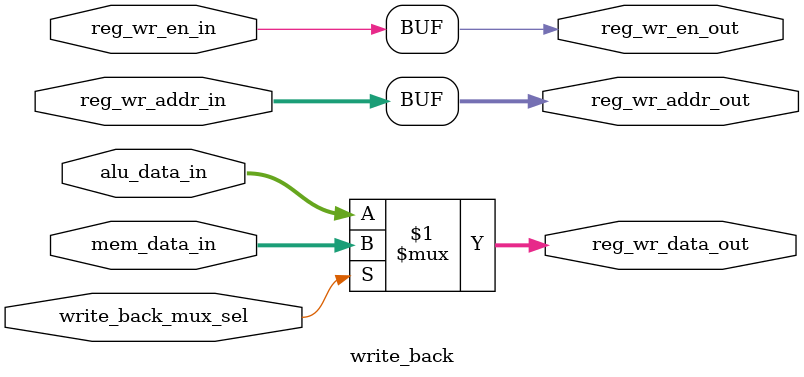
<source format=v>

module write_back
#(
   parameter DATA_WIDTH = 32,
   parameter REG_ADDR_WIDTH = 5
 )
(
   input [DATA_WIDTH-1:0] mem_data_in,
   input [DATA_WIDTH-1:0] alu_data_in,
   input reg_wr_en_in,
   input [REG_ADDR_WIDTH-1:0] reg_wr_addr_in,
   input write_back_mux_sel,
   output [REG_ADDR_WIDTH-1:0] reg_wr_addr_out,
   output [DATA_WIDTH-1:0] reg_wr_data_out,
   output reg_wr_en_out
);

//verificar se vai extender o sinal apenas de uma forma

assign reg_wr_data_out = write_back_mux_sel?mem_data_in:alu_data_in;
assign reg_wr_en_out = reg_wr_en_in;
assign reg_wr_addr_out = reg_wr_addr_in;

endmodule

</source>
